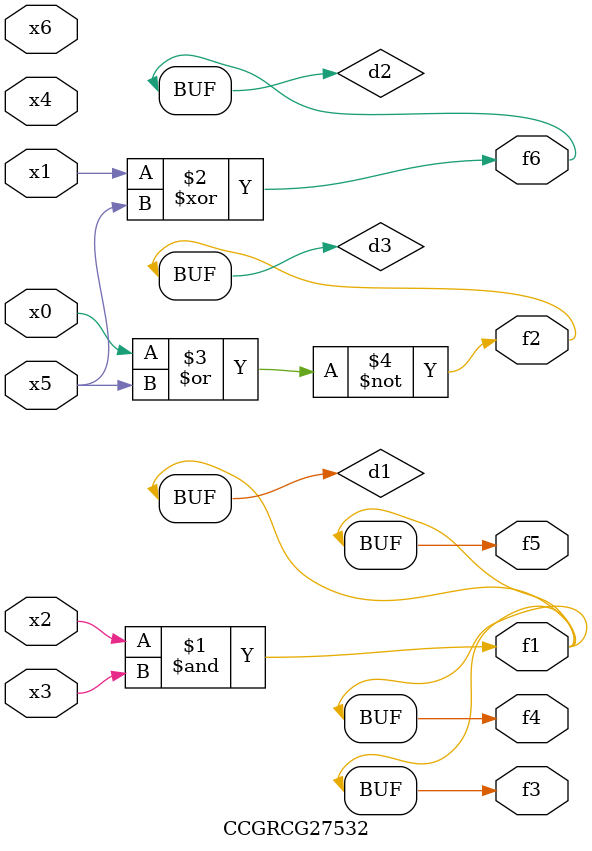
<source format=v>
module CCGRCG27532(
	input x0, x1, x2, x3, x4, x5, x6,
	output f1, f2, f3, f4, f5, f6
);

	wire d1, d2, d3;

	and (d1, x2, x3);
	xor (d2, x1, x5);
	nor (d3, x0, x5);
	assign f1 = d1;
	assign f2 = d3;
	assign f3 = d1;
	assign f4 = d1;
	assign f5 = d1;
	assign f6 = d2;
endmodule

</source>
